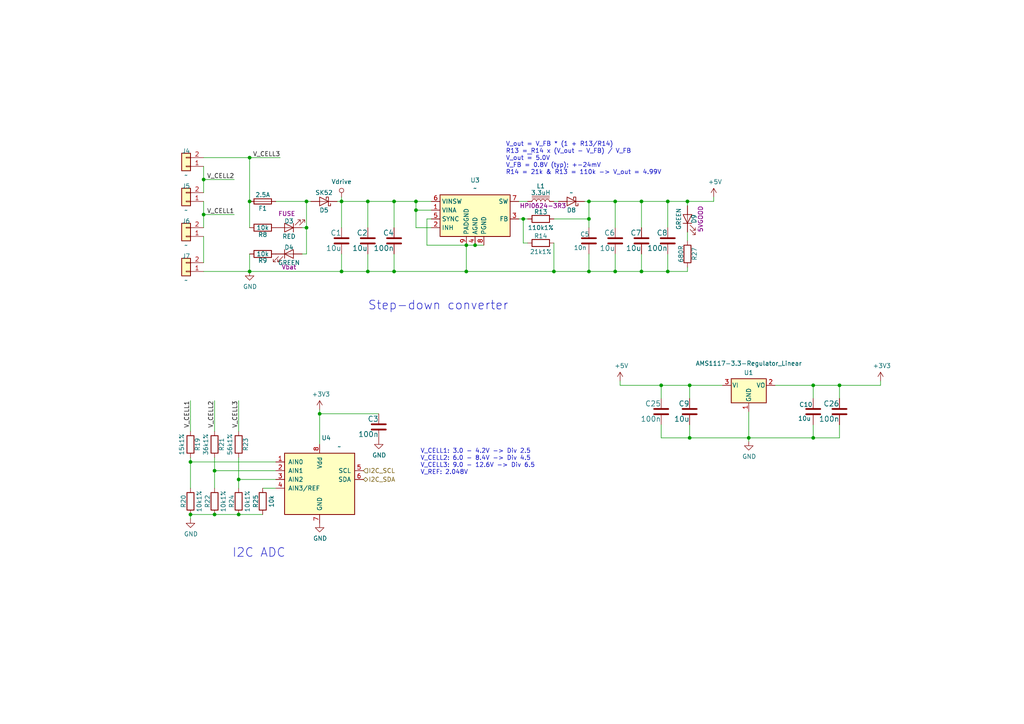
<source format=kicad_sch>
(kicad_sch (version 20211123) (generator eeschema)
  (paper "A4")
  (title_block (title "rysboard") (date "2020-08-23") (rev "4.2") (company "Koło Naukowe Robotyki Bionik") (comment 1 "RPi4 hat for MiniRyś robot"))
  (lib_symbols
    (symbol "power_supply-rescue:AMS1117-3.3-Regulator_Linear" (pin_names (offset 0.254))
      (property "Reference" "U" (at -3.81 3.175 0))
      (property "Value" "AMS1117-3.3-Regulator_Linear" (at 0 3.175 0))
      (symbol "AMS1117-3.3-Regulator_Linear_0_1"
        (rectangle (start -5.08 -5.08) (end 5.08 1.905) (stroke (width 0.254)) (fill (type background)))
      )
      (symbol "AMS1117-3.3-Regulator_Linear_1_1"
        (pin power_in line (at 0 -7.62 90) (length 2.54) (name "GND") (number "1"))
        (pin power_out line (at 7.62 0 180) (length 2.54) (name "VO") (number "2"))
        (pin power_in line (at -7.62 0 0) (length 2.54) (name "VI") (number "3"))
      )
    )
    (symbol "rysboard-rescue:+3V3-power" (power) (pin_names (offset 0))
      (property "Value" "+3V3-power" (at 0 3.556 0))
      (symbol "+3V3-power_0_1"
        (polyline (pts (xy -0.762 1.27) (xy 0 2.54)))
        (polyline (pts (xy 0 0) (xy 0 2.54)))
        (polyline (pts (xy 0 2.54) (xy 0.762 1.27)))
      )
      (symbol "+3V3-power_1_1"
        (pin power_in line (at 0 0 90) (length 0) hide (name "+3V3") (number "1"))
      )
    )
    (symbol "rysboard-rescue:+5V-power" (power) (pin_names (offset 0))
      (property "Value" "+5V-power" (at 0 3.556 0))
      (symbol "+5V-power_0_1"
        (polyline (pts (xy -0.762 1.27) (xy 0 2.54)))
        (polyline (pts (xy 0 0) (xy 0 2.54)))
        (polyline (pts (xy 0 2.54) (xy 0.762 1.27)))
      )
      (symbol "+5V-power_1_1"
        (pin power_in line (at 0 0 90) (length 0) hide (name "+5V") (number "1"))
      )
    )
    (symbol "rysboard-rescue:C-Device" (pin_numbers hide) (pin_names (offset 0.254))
      (property "Reference" "C" (at 0.635 2.54 0))
      (property "Value" "C-Device" (at 0.635 -2.54 0))
      (symbol "C-Device_0_1"
        (polyline (pts (xy -2.032 -0.762) (xy 2.032 -0.762)) (stroke (width 0.508)))
        (polyline (pts (xy -2.032 0.762) (xy 2.032 0.762)) (stroke (width 0.508)))
      )
      (symbol "C-Device_1_1"
        (pin passive line (at 0 3.81 270) (length 2.794) (name "~") (number "1"))
        (pin passive line (at 0 -3.81 90) (length 2.794) (name "~") (number "2"))
      )
    )
    (symbol "rysboard-rescue:Conn_01x02-Connector_Generic" (pin_names (offset 1.016) hide)
      (property "Reference" "J" (at 0 2.54 0))
      (property "Value" "Conn_01x02-Connector_Generic" (at 0 -5.08 0))
      (symbol "Conn_01x02-Connector_Generic_1_1"
        (rectangle (start -1.27 -2.413) (end 0 -2.667) (stroke (width 0.1524)))
        (rectangle (start -1.27 0.127) (end 0 -0.127) (stroke (width 0.1524)))
        (rectangle (start -1.27 1.27) (end 1.27 -3.81) (stroke (width 0.254)) (fill (type background)))
        (pin passive line (at -5.08 0 0) (length 3.81) (name "Pin_1") (number "1"))
        (pin passive line (at -5.08 -2.54 0) (length 3.81) (name "Pin_2") (number "2"))
      )
    )
    (symbol "rysboard-rescue:D_Schottky-Device" (pin_numbers hide) (pin_names (offset 1.016) hide)
      (property "Reference" "D" (at 0 2.54 0))
      (property "Value" "D_Schottky-Device" (at 0 -2.54 0))
      (symbol "D_Schottky-Device_0_1"
        (polyline (pts (xy 1.27 0) (xy -1.27 0)))
        (polyline (pts (xy 1.27 1.27) (xy 1.27 -1.27) (xy -1.27 0) (xy 1.27 1.27)) (stroke (width 0.2032)))
        (polyline (pts (xy -1.905 0.635) (xy -1.905 1.27) (xy -1.27 1.27) (xy -1.27 -1.27) (xy -0.635 -1.27) (xy -0.635 -0.635)) (stroke (width 0.2032)))
      )
      (symbol "D_Schottky-Device_1_1"
        (pin passive line (at -3.81 0 0) (length 2.54) (name "K") (number "1"))
        (pin passive line (at 3.81 0 180) (length 2.54) (name "A") (number "2"))
      )
    )
    (symbol "rysboard-rescue:Fuse-Device" (pin_numbers hide) (pin_names (offset 0))
      (property "Reference" "F" (at 2.032 0 90))
      (property "Value" "Fuse-Device" (at -1.905 0 90))
      (symbol "Fuse-Device_0_1"
        (rectangle (start -0.762 -2.54) (end 0.762 2.54) (stroke (width 0.254)))
        (polyline (pts (xy 0 2.54) (xy 0 -2.54)))
      )
      (symbol "Fuse-Device_1_1"
        (pin passive line (at 0 3.81 270) (length 1.27) (name "~") (number "1"))
        (pin passive line (at 0 -3.81 90) (length 1.27) (name "~") (number "2"))
      )
    )
    (symbol "rysboard-rescue:GND-power" (power) (pin_names (offset 0))
      (property "Value" "GND-power" (at 0 -3.81 0))
      (symbol "GND-power_0_1"
        (polyline (pts (xy 0 0) (xy 0 -1.27) (xy 1.27 -1.27) (xy 0 -2.54) (xy -1.27 -1.27) (xy 0 -1.27)))
      )
      (symbol "GND-power_1_1"
        (pin power_in line (at 0 0 270) (length 0) hide (name "GND") (number "1"))
      )
    )
    (symbol "rysboard-rescue:LED-Device" (pin_numbers hide) (pin_names (offset 1.016) hide)
      (property "Reference" "D" (at 0 2.54 0))
      (property "Value" "LED-Device" (at 0 -2.54 0))
      (symbol "LED-Device_0_1"
        (polyline (pts (xy -1.27 -1.27) (xy -1.27 1.27)) (stroke (width 0.2032)))
        (polyline (pts (xy -1.27 0) (xy 1.27 0)))
        (polyline (pts (xy 1.27 -1.27) (xy 1.27 1.27) (xy -1.27 0) (xy 1.27 -1.27)) (stroke (width 0.2032)))
        (polyline (pts (xy -3.048 -0.762) (xy -4.572 -2.286) (xy -3.81 -2.286) (xy -4.572 -2.286) (xy -4.572 -1.524)))
        (polyline (pts (xy -1.778 -0.762) (xy -3.302 -2.286) (xy -2.54 -2.286) (xy -3.302 -2.286) (xy -3.302 -1.524)))
      )
      (symbol "LED-Device_1_1"
        (pin passive line (at -3.81 0 0) (length 2.54) (name "K") (number "1"))
        (pin passive line (at 3.81 0 180) (length 2.54) (name "A") (number "2"))
      )
    )
    (symbol "rysboard-rescue:L_Core_Iron-Device" (pin_numbers hide) (pin_names (offset 1.016) hide)
      (property "Reference" "L" (at -1.27 0 90))
      (property "Value" "L_Core_Iron-Device" (at 2.794 0 90))
      (symbol "L_Core_Iron-Device_0_1"
        (arc (start 0 -2.54) (mid 0.635 -1.905) (end 0 -1.27))
        (arc (start 0 -1.27) (mid 0.635 -0.635) (end 0 0))
        (polyline (pts (xy 1.016 2.54) (xy 1.016 -2.54)))
        (polyline (pts (xy 1.524 -2.54) (xy 1.524 2.54)))
        (arc (start 0 0) (mid 0.635 0.635) (end 0 1.27))
        (arc (start 0 1.27) (mid 0.635 1.905) (end 0 2.54))
      )
      (symbol "L_Core_Iron-Device_1_1"
        (pin passive line (at 0 3.81 270) (length 1.27) (name "1") (number "1"))
        (pin passive line (at 0 -3.81 90) (length 1.27) (name "2") (number "2"))
      )
    )
    (symbol "rysboard-rescue:MAX11613-Analog_ADC" (pin_names (offset 1.016))
      (property "Reference" "U" (at 11.43 -3.81 0))
      (property "Value" "MAX11613-Analog_ADC" (at 11.43 -6.35 0))
      (symbol "MAX11613-Analog_ADC_0_1"
        (rectangle (start -10.16 7.62) (end 10.16 -10.16) (stroke (width 0.254)) (fill (type background)))
      )
      (symbol "MAX11613-Analog_ADC_1_1"
        (pin input line (at -12.7 5.08 0) (length 2.54) (name "AIN0") (number "1"))
        (pin input line (at -12.7 2.54 0) (length 2.54) (name "AIN1") (number "2"))
        (pin input line (at -12.7 0 0) (length 2.54) (name "AIN2") (number "3"))
        (pin input line (at -12.7 -2.54 0) (length 2.54) (name "AIN3/REF") (number "4"))
        (pin input line (at 12.7 2.54 180) (length 2.54) (name "SCL") (number "5"))
        (pin bidirectional line (at 12.7 0 180) (length 2.54) (name "SDA") (number "6"))
        (pin power_in line (at 0 -12.7 90) (length 2.54) (name "GND") (number "7"))
        (pin power_in line (at 0 10.16 270) (length 2.54) (name "Vdd") (number "8"))
      )
    )
    (symbol "rysboard-rescue:R-Device" (pin_numbers hide) (pin_names (offset 0))
      (property "Reference" "R" (at 2.032 0 90))
      (property "Value" "R-Device" (at 0 0 90))
      (symbol "R-Device_0_1"
        (rectangle (start -1.016 -2.54) (end 1.016 2.54) (stroke (width 0.254)))
      )
      (symbol "R-Device_1_1"
        (pin passive line (at 0 3.81 270) (length 1.27) (name "~") (number "1"))
        (pin passive line (at 0 -3.81 90) (length 1.27) (name "~") (number "2"))
      )
    )
    (symbol "rysboard-rescue:ST1S10PHR-Regulator_Switching"
      (property "Reference" "U" (at -10.16 5.715 0))
      (property "Value" "ST1S10PHR-Regulator_Switching" (at -0.635 5.715 0))
      (symbol "ST1S10PHR-Regulator_Switching_0_1"
        (rectangle (start 10.16 4.445) (end -10.16 -7.62) (stroke (width 0.254)) (fill (type background)))
      )
      (symbol "ST1S10PHR-Regulator_Switching_1_1"
        (pin power_in line (at -12.7 0 0) (length 2.54) (name "VINA") (number "1"))
        (pin input line (at -12.7 -5.08 0) (length 2.54) (name "INH") (number "2"))
        (pin input line (at 12.7 -2.54 180) (length 2.54) (name "FB") (number "3"))
        (pin power_in line (at 0 -10.16 90) (length 2.54) (name "AGND") (number "4"))
        (pin input line (at -12.7 -2.54 0) (length 2.54) (name "SYNC") (number "5"))
        (pin input line (at -12.7 2.54 0) (length 2.54) (name "VINSW") (number "6"))
        (pin output line (at 12.7 2.54 180) (length 2.54) (name "SW") (number "7"))
        (pin power_in line (at 2.54 -10.16 90) (length 2.54) (name "PGND") (number "8"))
        (pin power_in line (at -2.54 -10.16 90) (length 2.54) (name "PADGND") (number "9"))
      )
    )
    (symbol "rysboard-rescue:Vdrive-power" (power) (pin_names (offset 0))
      (property "Value" "Vdrive-power" (at 0 3.81 0))
      (symbol "Vdrive-power_0_1"
        (polyline (pts (xy 0 0) (xy 0 1.27)))
        (circle (center 0 1.905) (radius 0.635))
      )
      (symbol "Vdrive-power_1_1"
        (pin power_in line (at 0 0 90) (length 0) hide (name "Vdrive") (number "1"))
      )
    )
  )
  (junction (at 178.435 58.42))
  (junction (at 170.815 78.74))
  (junction (at 69.215 149.225))
  (junction (at 88.9 66.04))
  (junction (at 72.39 58.42))
  (junction (at 135.255 71.12))
  (junction (at 55.245 133.985))
  (junction (at 160.655 78.74))
  (junction (at 106.68 58.42))
  (junction (at 191.77 111.76))
  (junction (at 62.23 136.525))
  (junction (at 59.055 52.07))
  (junction (at 235.8644 111.76))
  (junction (at 235.8644 127))
  (junction (at 114.3 78.74))
  (junction (at 200.025 111.76))
  (junction (at 99.06 58.42))
  (junction (at 217.17 127))
  (junction (at 178.435 78.74))
  (junction (at 88.9 58.42))
  (junction (at 99.06 78.74))
  (junction (at 59.055 62.23))
  (junction (at 114.3 58.42))
  (junction (at 92.71 120.015))
  (junction (at 72.39 78.74))
  (junction (at 151.765 63.5))
  (junction (at 106.68 78.74))
  (junction (at 120.65 60.96))
  (junction (at 186.055 58.42))
  (junction (at 200.025 127))
  (junction (at 193.675 58.42))
  (junction (at 170.815 58.42))
  (junction (at 69.215 139.065))
  (junction (at 137.795 71.12))
  (junction (at 199.39 58.42))
  (junction (at 193.675 78.74))
  (junction (at 170.815 63.5))
  (junction (at 135.255 78.74))
  (junction (at 55.245 149.225))
  (junction (at 243.4844 111.76))
  (junction (at 120.65 58.42))
  (junction (at 186.055 78.74))
  (junction (at 62.23 149.225))
  (junction (at 72.39 45.72))
  (wire (pts (xy 69.215 132.715) (xy 69.215 139.065)))
  (wire (pts (xy 106.68 78.74) (xy 106.68 73.66)))
  (wire (pts (xy 69.215 149.225) (xy 76.2 149.225)))
  (wire (pts (xy 153.035 63.5) (xy 151.765 63.5)))
  (wire (pts (xy 160.655 63.5) (xy 170.815 63.5)))
  (wire (pts (xy 97.79 58.42) (xy 99.06 58.42)))
  (wire (pts (xy 135.255 71.12) (xy 135.255 78.74)))
  (wire (pts (xy 151.765 70.485) (xy 151.765 63.5)))
  (wire (pts (xy 200.025 115.57) (xy 200.025 111.76)))
  (wire (pts (xy 170.815 78.74) (xy 170.815 73.66)))
  (wire (pts (xy 199.39 78.74) (xy 199.39 77.47)))
  (wire (pts (xy 243.4844 111.76) (xy 235.8644 111.76)))
  (wire (pts (xy 92.71 120.015) (xy 109.855 120.015)))
  (wire (pts (xy 193.675 78.74) (xy 193.675 73.66)))
  (wire (pts (xy 99.06 73.66) (xy 99.06 78.74)))
  (wire (pts (xy 170.815 78.74) (xy 178.435 78.74)))
  (wire (pts (xy 186.055 58.42) (xy 193.675 58.42)))
  (wire (pts (xy 135.255 78.74) (xy 114.3 78.74)))
  (wire (pts (xy 217.17 127) (xy 235.8644 127)))
  (wire (pts (xy 151.765 63.5) (xy 150.495 63.5)))
  (wire (pts (xy 99.06 58.42) (xy 106.68 58.42)))
  (wire (pts (xy 114.3 78.74) (xy 114.3 73.66)))
  (wire (pts (xy 140.335 71.12) (xy 137.795 71.12)))
  (wire (pts (xy 62.23 132.715) (xy 62.23 136.525)))
  (wire (pts (xy 178.435 78.74) (xy 178.435 73.66)))
  (wire (pts (xy 55.245 132.715) (xy 55.245 133.985)))
  (wire (pts (xy 186.055 78.74) (xy 193.675 78.74)))
  (wire (pts (xy 191.77 111.76) (xy 200.025 111.76)))
  (wire (pts (xy 179.8574 110.49) (xy 179.8574 111.76)))
  (wire (pts (xy 217.17 119.38) (xy 217.17 127)))
  (wire (pts (xy 55.245 125.095) (xy 55.245 116.205)))
  (wire (pts (xy 135.255 78.74) (xy 160.655 78.74)))
  (wire (pts (xy 191.77 123.19) (xy 191.77 127)))
  (wire (pts (xy 178.435 58.42) (xy 178.435 66.04)))
  (wire (pts (xy 69.215 125.095) (xy 69.215 116.205)))
  (wire (pts (xy 125.095 63.5) (xy 123.825 63.5)))
  (wire (pts (xy 255.397 111.76) (xy 243.4844 111.76)))
  (wire (pts (xy 62.23 125.095) (xy 62.23 116.205)))
  (wire (pts (xy 123.825 63.5) (xy 123.825 71.12)))
  (wire (pts (xy 120.65 66.04) (xy 120.65 60.96)))
  (wire (pts (xy 178.435 58.42) (xy 186.055 58.42)))
  (wire (pts (xy 235.8644 111.76) (xy 235.8644 115.57)))
  (wire (pts (xy 88.9 58.42) (xy 80.01 58.42)))
  (wire (pts (xy 255.397 110.49) (xy 255.397 111.76)))
  (wire (pts (xy 186.055 58.42) (xy 186.055 66.04)))
  (wire (pts (xy 92.71 118.745) (xy 92.71 120.015)))
  (wire (pts (xy 55.245 133.985) (xy 55.245 141.605)))
  (wire (pts (xy 92.71 128.905) (xy 92.71 120.015)))
  (wire (pts (xy 80.01 139.065) (xy 69.215 139.065)))
  (wire (pts (xy 125.095 60.96) (xy 120.65 60.96)))
  (wire (pts (xy 207.01 58.42) (xy 207.01 57.15)))
  (wire (pts (xy 217.17 127) (xy 217.17 128.016)))
  (wire (pts (xy 235.8644 123.19) (xy 235.8644 127)))
  (wire (pts (xy 199.39 67.31) (xy 199.39 69.85)))
  (wire (pts (xy 59.055 52.07) (xy 59.055 48.26)))
  (wire (pts (xy 80.01 141.605) (xy 76.2 141.605)))
  (wire (pts (xy 160.655 58.42) (xy 161.925 58.42)))
  (wire (pts (xy 69.215 139.065) (xy 69.215 141.605)))
  (wire (pts (xy 125.095 66.04) (xy 120.65 66.04)))
  (wire (pts (xy 153.035 70.485) (xy 151.765 70.485)))
  (wire (pts (xy 99.06 78.74) (xy 106.68 78.74)))
  (wire (pts (xy 106.68 66.04) (xy 106.68 58.42)))
  (wire (pts (xy 150.495 58.42) (xy 153.035 58.42)))
  (wire (pts (xy 87.63 66.04) (xy 88.9 66.04)))
  (wire (pts (xy 120.65 60.96) (xy 120.65 58.42)))
  (wire (pts (xy 59.055 52.07) (xy 67.945 52.07)))
  (wire (pts (xy 160.655 78.74) (xy 170.815 78.74)))
  (wire (pts (xy 123.825 71.12) (xy 135.255 71.12)))
  (wire (pts (xy 59.055 66.04) (xy 59.055 62.23)))
  (wire (pts (xy 193.675 58.42) (xy 193.675 66.04)))
  (wire (pts (xy 59.055 62.23) (xy 67.945 62.23)))
  (wire (pts (xy 191.77 127) (xy 200.025 127)))
  (wire (pts (xy 90.17 58.42) (xy 88.9 58.42)))
  (wire (pts (xy 199.39 59.69) (xy 199.39 58.42)))
  (wire (pts (xy 59.055 62.23) (xy 59.055 58.42)))
  (wire (pts (xy 106.68 78.74) (xy 114.3 78.74)))
  (wire (pts (xy 120.65 58.42) (xy 125.095 58.42)))
  (wire (pts (xy 80.01 136.525) (xy 62.23 136.525)))
  (wire (pts (xy 199.39 58.42) (xy 207.01 58.42)))
  (wire (pts (xy 59.055 76.2) (xy 59.055 68.58)))
  (wire (pts (xy 99.06 66.04) (xy 99.06 58.42)))
  (wire (pts (xy 114.3 66.04) (xy 114.3 58.42)))
  (wire (pts (xy 200.025 123.19) (xy 200.025 127)))
  (wire (pts (xy 88.9 66.04) (xy 88.9 58.42)))
  (wire (pts (xy 80.01 133.985) (xy 55.245 133.985)))
  (wire (pts (xy 160.655 70.485) (xy 160.655 78.74)))
  (wire (pts (xy 114.3 58.42) (xy 120.65 58.42)))
  (wire (pts (xy 224.79 111.76) (xy 235.8644 111.76)))
  (wire (pts (xy 106.68 58.42) (xy 114.3 58.42)))
  (wire (pts (xy 243.4844 127) (xy 243.4844 123.19)))
  (wire (pts (xy 72.39 78.74) (xy 99.06 78.74)))
  (wire (pts (xy 170.815 58.42) (xy 178.435 58.42)))
  (wire (pts (xy 235.8644 127) (xy 243.4844 127)))
  (wire (pts (xy 191.77 115.57) (xy 191.77 111.76)))
  (wire (pts (xy 169.545 58.42) (xy 170.815 58.42)))
  (wire (pts (xy 88.9 66.04) (xy 88.9 73.66)))
  (wire (pts (xy 59.055 78.74) (xy 72.39 78.74)))
  (wire (pts (xy 200.025 111.76) (xy 209.55 111.76)))
  (wire (pts (xy 62.23 136.525) (xy 62.23 141.605)))
  (wire (pts (xy 88.9 73.66) (xy 87.63 73.66)))
  (wire (pts (xy 72.39 58.42) (xy 72.39 66.04)))
  (wire (pts (xy 200.025 127) (xy 217.17 127)))
  (wire (pts (xy 59.055 55.88) (xy 59.055 52.07)))
  (wire (pts (xy 243.4844 115.57) (xy 243.4844 111.76)))
  (wire (pts (xy 135.255 71.12) (xy 137.795 71.12)))
  (wire (pts (xy 99.06 58.42) (xy 99.06 57.15)))
  (wire (pts (xy 179.8574 111.76) (xy 191.77 111.76)))
  (wire (pts (xy 55.245 149.225) (xy 55.245 150.495)))
  (wire (pts (xy 170.815 66.04) (xy 170.815 63.5)))
  (wire (pts (xy 178.435 78.74) (xy 186.055 78.74)))
  (wire (pts (xy 186.055 78.74) (xy 186.055 73.66)))
  (wire (pts (xy 72.39 73.66) (xy 72.39 78.74)))
  (wire (pts (xy 55.245 149.225) (xy 62.23 149.225)))
  (wire (pts (xy 62.23 149.225) (xy 69.215 149.225)))
  (wire (pts (xy 72.39 45.72) (xy 81.28 45.72)))
  (wire (pts (xy 170.815 63.5) (xy 170.815 58.42)))
  (wire (pts (xy 72.39 45.72) (xy 72.39 58.42)))
  (wire (pts (xy 193.675 58.42) (xy 199.39 58.42)))
  (wire (pts (xy 59.055 45.72) (xy 72.39 45.72)))
  (wire (pts (xy 193.675 78.74) (xy 199.39 78.74)))
  (text "Step-down converter" (at 106.68 90.17 0) (effects (font (size 2.54 2.54)) (justify left bottom)))
  (text "V_out = V_FB * (1 + R13/R14)\nR13 = R14 x (V_out - V_FB) / V_FB\nV_out ~{=} 5.0V\nV_FB = 0.8V (typ); +-24mV\nR14 = 21k & R13 = 110k -> V_out = 4.99V" (at 146.685 50.8 0) (effects (font (size 1.27 1.27)) (justify left bottom)))
  (text "V_CELL1: 3.0 - 4.2V -> Div 2.5\nV_CELL2: 6.0 - 8.4V -> Div 4.5\nV_CELL3: 9.0 - 12.6V -> Div 6.5\nV_REF: 2.048V" (at 121.92 137.795 0) (effects (font (size 1.27 1.27)) (justify left bottom)))
  (text "I2C ADC" (at 67.31 161.925 0) (effects (font (size 2.54 2.54)) (justify left bottom)))
  (label "V_CELL3" (at 69.215 116.205 270))
  (label "V_CELL3" (at 81.28 45.72 180))
  (label "V_CELL2" (at 62.23 116.205 270))
  (label "V_CELL1" (at 55.245 116.205 270))
  (label "V_CELL1" (at 67.945 62.23 180))
  (label "V_CELL2" (at 67.945 52.07 180))
  (hierarchical_label "I2C_SDA" (shape bidirectional) (at 105.41 139.065 0))
  (hierarchical_label "I2C_SCL" (shape input) (at 105.41 136.525 0))
  (symbol (lib_id "rysboard-rescue:ST1S10PHR-Regulator_Switching") (at 137.795 60.96 0) (unit 1)
    (property "Reference" "U3" (at 137.795 52.2732 0))
    (property "Value" "~" (at 137.795 54.5846 0))
    (property "Footprint" "Package_SO:TI_SO-PowerPAD-8" (effects hide))
    (property "Datasheet" "http://www.st.com/internet/com/TECHNICAL_RESOURCES/TECHNICAL_LITERATURE/DATASHEET/CD00169322.pdf" (effects hide))
    (property "PartID" " ST1S10PHR" (effects hide))
    (property "TME" "https://www.tme.eu/pl/details/st1s10phr/regulatory-napiecia-uklady-dc-dc/stmicroelectronics/" (effects hide))
  )
  (symbol (lib_id "rysboard-rescue:LED-Device") (at 83.82 73.66 0) (unit 1)
    (property "Reference" "D4" (at 83.82 71.755 0))
    (property "Value" "GREEN" (at 83.82 76.2 0))
    (property "Footprint" "LED_SMD:LED_0805_2012Metric" (effects hide))
    (property "Comment" "Vbat" (at 83.82 77.47 0))
  )
  (symbol (lib_id "rysboard-rescue:R-Device") (at 76.2 73.66 270) (unit 1)
    (property "Reference" "R9" (at 76.2 75.565 90))
    (property "Value" "10k" (at 76.2 73.66 90))
    (property "Footprint" "Resistor_SMD:R_0603_1608Metric" (effects hide))
  )
  (symbol (lib_id "rysboard-rescue:L_Core_Iron-Device") (at 156.845 58.42 90) (unit 1)
    (property "Reference" "L1" (at 156.845 53.975 90))
    (property "Value" "3.3uH" (at 156.845 55.88 90))
    (property "Footprint" "rysboard:L_6.7x6.7_H2.2" (effects hide))
    (property "Datasheet" "https://www.tme.eu/pl/details/hpi0624-3r3/dlawiki-smd-mocy/ferrocore/" (effects hide))
    (property "Model" "HPI0624-3R3" (at 157.48 59.69 90))
  )
  (symbol (lib_id "rysboard-rescue:C-Device") (at 99.06 69.85 0) (unit 1)
    (property "Reference" "C1" (at 99.06 66.675 0) (effects (font (size 1.524 1.524)) (justify right top)))
    (property "Value" "10u" (at 99.06 71.12 0) (effects (font (size 1.524 1.524)) (justify right top)))
    (property "Footprint" "Capacitor_SMD:C_1206_3216Metric" (effects hide))
  )
  (symbol (lib_id "rysboard-rescue:C-Device") (at 106.68 69.85 0) (unit 1)
    (property "Reference" "C2" (at 106.68 66.675 0) (effects (font (size 1.524 1.524)) (justify right top)))
    (property "Value" "10u" (at 106.68 71.12 0) (effects (font (size 1.524 1.524)) (justify right top)))
    (property "Footprint" "Capacitor_SMD:C_1206_3216Metric" (effects hide))
  )
  (symbol (lib_id "rysboard-rescue:C-Device") (at 114.3 69.85 0) (unit 1)
    (property "Reference" "C4" (at 114.3 66.675 0) (effects (font (size 1.524 1.524)) (justify right top)))
    (property "Value" "100n" (at 114.3 71.12 0) (effects (font (size 1.524 1.524)) (justify right top)))
    (property "Footprint" "Capacitor_SMD:C_0603_1608Metric" (effects hide))
  )
  (symbol (lib_id "rysboard-rescue:MAX11613-Analog_ADC") (at 92.71 139.065 0) (unit 1)
    (property "Reference" "U4" (at 94.615 127 0))
    (property "Value" "~" (at 98.425 129.54 0))
    (property "Footprint" "rysboard:8-uMAX" (effects hide))
    (property "Datasheet" "https://datasheets.maximintegrated.com/en/ds/MAX11612-MAX11617.pdf" (effects hide))
    (property "PartID" "MAX11613EUA+" (effects hide))
    (property "TME" "https://www.tme.eu/pl/details/max11613eua+/przetworniki-a-d-uklady-scalone/maxim-integrated/" (effects hide))
  )
  (symbol (lib_id "rysboard-rescue:C-Device") (at 109.855 123.825 0) (unit 1)
    (property "Reference" "C3" (at 109.855 120.65 0) (effects (font (size 1.524 1.524)) (justify right top)))
    (property "Value" "100n" (at 109.855 125.095 0) (effects (font (size 1.524 1.524)) (justify right top)))
    (property "Footprint" "Capacitor_SMD:C_0603_1608Metric" (effects hide))
  )
  (symbol (lib_id "rysboard-rescue:GND-power") (at 109.855 127.635 0) (unit 1)
    (property "Reference" "#PWR0106" (effects hide))
    (property "Value" "GND-power" (at 109.982 132.0292 0))
  )
  (symbol (lib_id "rysboard-rescue:R-Device") (at 55.245 128.905 0) (unit 1)
    (property "Reference" "R19" (at 57.277 128.905 90))
    (property "Value" "15k1%" (at 52.705 128.905 90))
    (property "Footprint" "Resistor_SMD:R_0603_1608Metric" (effects hide))
  )
  (symbol (lib_id "rysboard-rescue:R-Device") (at 69.215 145.415 180) (unit 1)
    (property "Reference" "R24" (at 67.183 145.415 90))
    (property "Value" "10k1%" (at 71.755 145.415 90))
    (property "Footprint" "Resistor_SMD:R_0603_1608Metric" (effects hide))
  )
  (symbol (lib_id "rysboard-rescue:D_Schottky-Device") (at 165.735 58.42 180) (unit 1)
    (property "Reference" "D8" (at 165.735 60.96 0))
    (property "Value" "~" (at 165.735 55.88 0))
    (property "Footprint" "Diode_SMD:D_SMB" (effects hide))
  )
  (symbol (lib_id "rysboard-rescue:C-Device") (at 170.815 69.85 0) (unit 1)
    (property "Reference" "C5" (at 168.275 67.945 0) (effects (justify left)))
    (property "Value" "10n" (at 170.18 71.12 0) (effects (justify right top)))
    (property "Footprint" "Capacitor_SMD:C_0603_1608Metric" (effects hide))
  )
  (symbol (lib_id "rysboard-rescue:R-Device") (at 76.2 145.415 180) (unit 1)
    (property "Reference" "R25" (at 74.168 145.415 90))
    (property "Value" "10k" (at 78.74 145.415 90))
    (property "Footprint" "Resistor_SMD:R_0603_1608Metric" (effects hide))
  )
  (symbol (lib_id "rysboard-rescue:Conn_01x02-Connector_Generic") (at 53.975 78.74 180) (unit 1)
    (property "Reference" "J7" (at 53.975 74.295 0))
    (property "Value" "~" (at 53.975 81.28 0))
    (property "Footprint" "Connector_Molex:Molex_Micro-Fit_3.0_43045-0212_2x01_P3.00mm_Vertical" (effects hide))
  )
  (symbol (lib_id "rysboard-rescue:Fuse-Device") (at 76.2 58.42 270) (unit 1)
    (property "Reference" "F1" (at 76.2 60.452 90))
    (property "Value" "2.5A" (at 76.2 56.515 90))
    (property "Footprint" "Fuse:Fuse_1206_3216Metric" (effects hide))
  )
  (symbol (lib_id "rysboard-rescue:D_Schottky-Device") (at 93.98 58.42 180) (unit 1)
    (property "Reference" "D5" (at 93.98 60.96 0))
    (property "Value" "SK52" (at 93.98 55.88 0))
    (property "Footprint" "Diode_SMD:D_SMB" (effects hide))
  )
  (symbol (lib_id "rysboard-rescue:R-Device") (at 76.2 66.04 270) (unit 1)
    (property "Reference" "R8" (at 76.2 68.072 90))
    (property "Value" "10k" (at 76.2 66.04 90))
    (property "Footprint" "Resistor_SMD:R_0603_1608Metric" (effects hide))
  )
  (symbol (lib_id "rysboard-rescue:LED-Device") (at 83.82 66.04 180) (unit 1)
    (property "Reference" "D3" (at 83.82 64.135 0))
    (property "Value" "RED" (at 83.82 68.58 0))
    (property "Footprint" "LED_SMD:LED_0805_2012Metric" (effects hide))
    (property "Comment" "FUSE" (at 83.185 61.976 0))
  )
  (symbol (lib_id "rysboard-rescue:Conn_01x02-Connector_Generic") (at 53.975 68.58 180) (unit 1)
    (property "Reference" "J6" (at 53.975 64.135 0))
    (property "Value" "~" (at 53.975 71.12 0))
    (property "Footprint" "Connector_Molex:Molex_Micro-Fit_3.0_43045-0212_2x01_P3.00mm_Vertical" (effects hide))
  )
  (symbol (lib_id "rysboard-rescue:Conn_01x02-Connector_Generic") (at 53.975 58.42 180) (unit 1)
    (property "Reference" "J5" (at 53.975 53.975 0))
    (property "Value" "~" (at 53.975 60.96 0))
    (property "Footprint" "Connector_Molex:Molex_Micro-Fit_3.0_43045-0212_2x01_P3.00mm_Vertical" (effects hide))
  )
  (symbol (lib_id "rysboard-rescue:Conn_01x02-Connector_Generic") (at 53.975 48.26 180) (unit 1)
    (property "Reference" "J4" (at 53.975 43.815 0))
    (property "Value" "~" (at 53.975 50.8 0))
    (property "Footprint" "Connector_Molex:Molex_Micro-Fit_3.0_43045-0212_2x01_P3.00mm_Vertical" (effects hide))
  )
  (symbol (lib_id "rysboard-rescue:R-Device") (at 62.23 145.415 180) (unit 1)
    (property "Reference" "R22" (at 60.198 145.415 90))
    (property "Value" "10k1%" (at 64.77 145.415 90))
    (property "Footprint" "Resistor_SMD:R_0603_1608Metric" (effects hide))
  )
  (symbol (lib_id "rysboard-rescue:R-Device") (at 55.245 145.415 180) (unit 1)
    (property "Reference" "R20" (at 53.213 145.415 90))
    (property "Value" "10k1%" (at 57.785 145.415 90))
    (property "Footprint" "Resistor_SMD:R_0603_1608Metric" (effects hide))
  )
  (symbol (lib_id "rysboard-rescue:C-Device") (at 178.435 69.85 0) (unit 1)
    (property "Reference" "C6" (at 178.435 66.675 0) (effects (font (size 1.524 1.524)) (justify right top)))
    (property "Value" "10u" (at 178.435 71.12 0) (effects (font (size 1.524 1.524)) (justify right top)))
    (property "Footprint" "Capacitor_SMD:C_1206_3216Metric" (effects hide))
  )
  (symbol (lib_id "rysboard-rescue:C-Device") (at 186.055 69.85 0) (unit 1)
    (property "Reference" "C7" (at 186.055 66.675 0) (effects (font (size 1.524 1.524)) (justify right top)))
    (property "Value" "10u" (at 186.055 71.12 0) (effects (font (size 1.524 1.524)) (justify right top)))
    (property "Footprint" "Capacitor_SMD:C_1206_3216Metric" (effects hide))
  )
  (symbol (lib_id "rysboard-rescue:C-Device") (at 193.675 69.85 0) (unit 1)
    (property "Reference" "C8" (at 193.675 66.675 0) (effects (font (size 1.524 1.524)) (justify right top)))
    (property "Value" "100n" (at 193.675 71.12 0) (effects (font (size 1.524 1.524)) (justify right top)))
    (property "Footprint" "Capacitor_SMD:C_0603_1608Metric" (effects hide))
  )
  (symbol (lib_id "rysboard-rescue:R-Device") (at 156.845 63.5 90) (unit 1)
    (property "Reference" "R13" (at 156.845 61.468 90))
    (property "Value" "110k1%" (at 156.845 66.04 90))
    (property "Footprint" "Resistor_SMD:R_0603_1608Metric" (effects hide))
  )
  (symbol (lib_id "rysboard-rescue:R-Device") (at 156.845 70.485 90) (unit 1)
    (property "Reference" "R14" (at 156.845 68.453 90))
    (property "Value" "21k1%" (at 156.845 73.025 90))
    (property "Footprint" "Resistor_SMD:R_0603_1608Metric" (effects hide))
  )
  (symbol (lib_id "rysboard-rescue:R-Device") (at 62.23 128.905 0) (unit 1)
    (property "Reference" "R21" (at 64.262 128.905 90))
    (property "Value" "36k1%" (at 59.69 128.905 90))
    (property "Footprint" "Resistor_SMD:R_0603_1608Metric" (effects hide))
  )
  (symbol (lib_id "rysboard-rescue:R-Device") (at 69.215 128.905 0) (unit 1)
    (property "Reference" "R23" (at 71.247 128.905 90))
    (property "Value" "56k1%" (at 66.675 128.905 90))
    (property "Footprint" "Resistor_SMD:R_0603_1608Metric" (effects hide))
  )
  (symbol (lib_id "rysboard-rescue:R-Device") (at 199.39 73.66 0) (unit 1)
    (property "Reference" "R27" (at 201.422 73.66 90))
    (property "Value" "680R" (at 197.485 73.66 90))
    (property "Footprint" "Resistor_SMD:R_0603_1608Metric" (effects hide))
  )
  (symbol (lib_id "rysboard-rescue:LED-Device") (at 199.39 63.5 90) (unit 1)
    (property "Reference" "D9" (at 201.295 63.5 0))
    (property "Value" "GREEN" (at 196.85 63.5 0))
    (property "Footprint" "LED_SMD:LED_0805_2012Metric" (effects hide))
    (property "Comment" "5VGOOD" (at 203.2 63.5 0))
  )
  (symbol (lib_id "rysboard-rescue:C-Device") (at 200.025 119.38 0) (unit 1)
    (property "Reference" "C9" (at 200.025 116.205 0) (effects (font (size 1.524 1.524)) (justify right top)))
    (property "Value" "10u" (at 200.025 120.65 0) (effects (font (size 1.524 1.524)) (justify right top)))
    (property "Footprint" "Capacitor_SMD:C_0603_1608Metric" (effects hide))
  )
  (symbol (lib_id "rysboard-rescue:C-Device") (at 235.8644 119.38 0) (unit 1)
    (property "Reference" "C10" (at 231.775 117.348 0) (effects (justify left)))
    (property "Value" "10u" (at 235.2294 120.65 0) (effects (justify right top)))
    (property "Footprint" "Capacitor_SMD:C_0603_1608Metric" (effects hide))
  )
  (symbol (lib_id "power_supply-rescue:AMS1117-3.3-Regulator_Linear") (at 217.17 111.76 0) (unit 1)
    (property "Reference" "U1" (at 217.1192 108.1024 0))
    (property "Value" "AMS1117-3.3-Regulator_Linear" (at 217.17 105.41 0))
    (property "Footprint" "Package_TO_SOT_SMD:SOT-223-3_TabPin2" (effects hide))
  )
  (symbol (lib_id "rysboard-rescue:C-Device") (at 243.4844 119.38 0) (unit 1)
    (property "Reference" "C26" (at 243.4844 116.205 0) (effects (font (size 1.524 1.524)) (justify right top)))
    (property "Value" "100n" (at 243.4844 120.65 0) (effects (font (size 1.524 1.524)) (justify right top)))
    (property "Footprint" "Capacitor_SMD:C_0603_1608Metric" (effects hide))
  )
  (symbol (lib_id "rysboard-rescue:+5V-power") (at 179.8574 110.49 0) (unit 1)
    (property "Reference" "#PWR?" (effects hide))
    (property "Value" "+5V" (at 180.2384 106.0958 0))
  )
  (symbol (lib_id "rysboard-rescue:GND-power") (at 72.39 78.74 0) (unit 1)
    (property "Reference" "#PWR?" (effects hide))
    (property "Value" "GND" (at 72.517 83.1342 0))
  )
  (symbol (lib_id "rysboard-rescue:+3V3-power") (at 255.397 110.49 0) (unit 1)
    (property "Reference" "#PWR?" (effects hide))
    (property "Value" "+3V3" (at 255.778 106.0958 0))
  )
  (symbol (lib_id "rysboard-rescue:GND-power") (at 92.71 151.765 0) (unit 1)
    (property "Reference" "#PWR?" (effects hide))
    (property "Value" "GND" (at 92.837 156.1592 0))
  )
  (symbol (lib_id "rysboard-rescue:GND-power") (at 55.245 150.495 0) (unit 1)
    (property "Reference" "#PWR?" (effects hide))
    (property "Value" "GND" (at 55.372 154.8892 0))
  )
  (symbol (lib_id "rysboard-rescue:+3V3-power") (at 92.71 118.745 0) (unit 1)
    (property "Reference" "#PWR?" (effects hide))
    (property "Value" "+3V3" (at 93.091 114.3508 0))
  )
  (symbol (lib_id "rysboard-rescue:C-Device") (at 191.77 119.38 0) (unit 1)
    (property "Reference" "C25" (at 191.77 116.205 0) (effects (font (size 1.524 1.524)) (justify right top)))
    (property "Value" "100n" (at 191.77 120.65 0) (effects (font (size 1.524 1.524)) (justify right top)))
    (property "Footprint" "Capacitor_SMD:C_0603_1608Metric" (effects hide))
  )
  (symbol (lib_id "rysboard-rescue:Vdrive-power") (at 99.06 57.15 0) (unit 1)
    (property "Reference" "#PWR?" (effects hide))
    (property "Value" "Vdrive" (at 99.06 52.705 0))
  )
  (symbol (lib_id "rysboard-rescue:+5V-power") (at 207.01 57.15 0) (unit 1)
    (property "Reference" "#PWR?" (effects hide))
    (property "Value" "+5V" (at 207.391 52.7558 0))
  )
  (symbol (lib_id "rysboard-rescue:GND-power") (at 217.17 128.016 0) (unit 1)
    (property "Reference" "#PWR?" (effects hide))
    (property "Value" "GND" (at 217.297 132.4102 0))
  )
)
</source>
